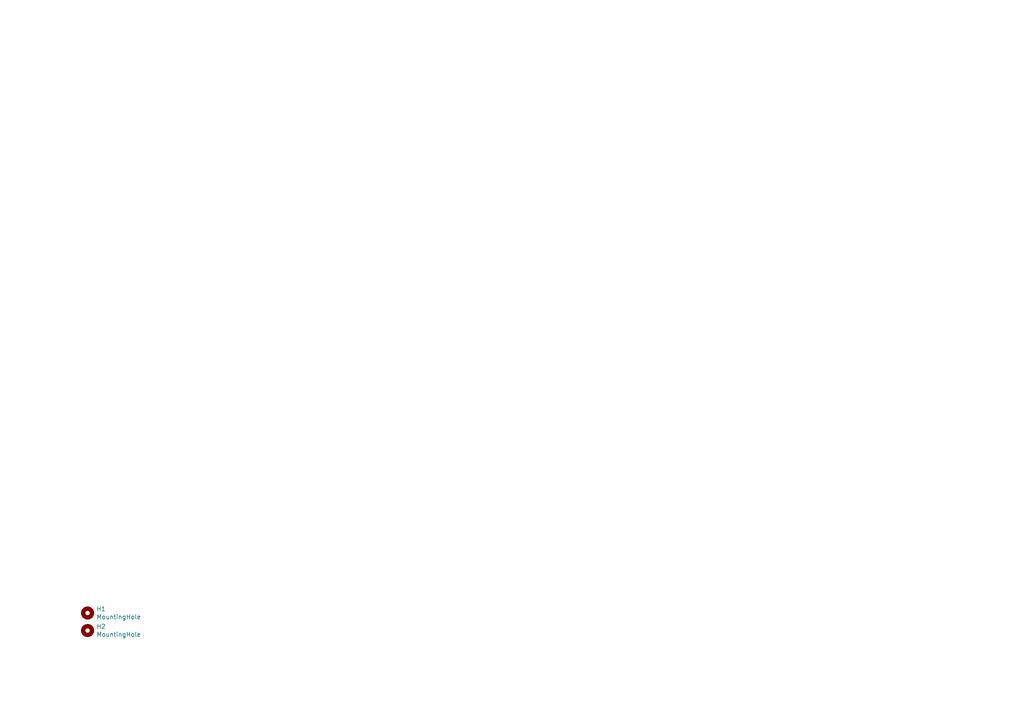
<source format=kicad_sch>
(kicad_sch (version 20211123) (generator eeschema)
  (paper "A4")
  (title_block (title "#0102"))
  (lib_symbols
    (symbol "Mechanical:MountingHole" (pin_names (offset 1.016))
      (property "Reference" "H" (at 0 5.08 0))
      (property "Value" "MountingHole" (at 0 3.175 0))
      (symbol "MountingHole_0_1"
        (circle (center 0 0) (radius 1.27) (stroke (width 1.27)))
      )
    )
  )
  (symbol (lib_id "Mechanical:MountingHole") (at 25.4 177.8 0) (unit 1)
    (property "Reference" "H1" (at 27.94 176.6316 0) (effects (justify left)))
    (property "Value" "MountingHole" (at 27.94 178.943 0) (effects (justify left)))
    (property "Footprint" "MountingHole:MountingHole_2.2mm_M2" (effects hide))
  )
  (symbol (lib_id "Mechanical:MountingHole") (at 25.4 182.88 0) (unit 1)
    (property "Reference" "H2" (at 27.94 181.7116 0) (effects (justify left)))
    (property "Value" "MountingHole" (at 27.94 184.023 0) (effects (justify left)))
    (property "Footprint" "MountingHole:MountingHole_2.2mm_M2" (effects hide))
  )
)
</source>
